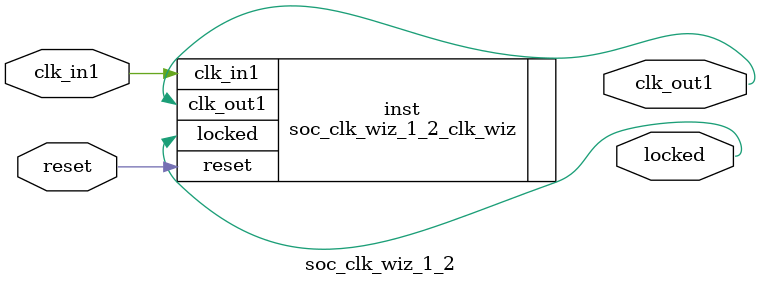
<source format=v>


`timescale 1ps/1ps

(* CORE_GENERATION_INFO = "soc_clk_wiz_1_2,clk_wiz_v6_0_2_0_0,{component_name=soc_clk_wiz_1_2,use_phase_alignment=false,use_min_o_jitter=false,use_max_i_jitter=false,use_dyn_phase_shift=false,use_inclk_switchover=false,use_dyn_reconfig=false,enable_axi=0,feedback_source=FDBK_AUTO,PRIMITIVE=MMCM,num_out_clk=1,clkin1_period=10.000,clkin2_period=10.000,use_power_down=false,use_reset=true,use_locked=true,use_inclk_stopped=false,feedback_type=SINGLE,CLOCK_MGR_TYPE=NA,manual_override=false}" *)

module soc_clk_wiz_1_2 
 (
  // Clock out ports
  output        clk_out1,
  // Status and control signals
  input         reset,
  output        locked,
 // Clock in ports
  input         clk_in1
 );

  soc_clk_wiz_1_2_clk_wiz inst
  (
  // Clock out ports  
  .clk_out1(clk_out1),
  // Status and control signals               
  .reset(reset), 
  .locked(locked),
 // Clock in ports
  .clk_in1(clk_in1)
  );

endmodule

</source>
